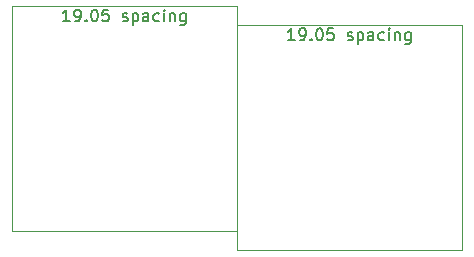
<source format=gbr>
%TF.GenerationSoftware,KiCad,Pcbnew,(6.0.5)*%
%TF.CreationDate,2022-05-21T18:25:29-06:00*%
%TF.ProjectId,ErgoDOX,4572676f-444f-4582-9e6b-696361645f70,rev?*%
%TF.SameCoordinates,Original*%
%TF.FileFunction,Other,ECO1*%
%FSLAX46Y46*%
G04 Gerber Fmt 4.6, Leading zero omitted, Abs format (unit mm)*
G04 Created by KiCad (PCBNEW (6.0.5)) date 2022-05-21 18:25:29*
%MOMM*%
%LPD*%
G01*
G04 APERTURE LIST*
%ADD10C,0.150000*%
%ADD11C,0.120000*%
G04 APERTURE END LIST*
D10*
%TO.C,SW5:10*%
X124897142Y-53982380D02*
X124325714Y-53982380D01*
X124611428Y-53982380D02*
X124611428Y-52982380D01*
X124516190Y-53125238D01*
X124420952Y-53220476D01*
X124325714Y-53268095D01*
X125373333Y-53982380D02*
X125563809Y-53982380D01*
X125659047Y-53934761D01*
X125706666Y-53887142D01*
X125801904Y-53744285D01*
X125849523Y-53553809D01*
X125849523Y-53172857D01*
X125801904Y-53077619D01*
X125754285Y-53030000D01*
X125659047Y-52982380D01*
X125468571Y-52982380D01*
X125373333Y-53030000D01*
X125325714Y-53077619D01*
X125278095Y-53172857D01*
X125278095Y-53410952D01*
X125325714Y-53506190D01*
X125373333Y-53553809D01*
X125468571Y-53601428D01*
X125659047Y-53601428D01*
X125754285Y-53553809D01*
X125801904Y-53506190D01*
X125849523Y-53410952D01*
X126278095Y-53887142D02*
X126325714Y-53934761D01*
X126278095Y-53982380D01*
X126230476Y-53934761D01*
X126278095Y-53887142D01*
X126278095Y-53982380D01*
X126944761Y-52982380D02*
X127040000Y-52982380D01*
X127135238Y-53030000D01*
X127182857Y-53077619D01*
X127230476Y-53172857D01*
X127278095Y-53363333D01*
X127278095Y-53601428D01*
X127230476Y-53791904D01*
X127182857Y-53887142D01*
X127135238Y-53934761D01*
X127040000Y-53982380D01*
X126944761Y-53982380D01*
X126849523Y-53934761D01*
X126801904Y-53887142D01*
X126754285Y-53791904D01*
X126706666Y-53601428D01*
X126706666Y-53363333D01*
X126754285Y-53172857D01*
X126801904Y-53077619D01*
X126849523Y-53030000D01*
X126944761Y-52982380D01*
X128182857Y-52982380D02*
X127706666Y-52982380D01*
X127659047Y-53458571D01*
X127706666Y-53410952D01*
X127801904Y-53363333D01*
X128040000Y-53363333D01*
X128135238Y-53410952D01*
X128182857Y-53458571D01*
X128230476Y-53553809D01*
X128230476Y-53791904D01*
X128182857Y-53887142D01*
X128135238Y-53934761D01*
X128040000Y-53982380D01*
X127801904Y-53982380D01*
X127706666Y-53934761D01*
X127659047Y-53887142D01*
X129373333Y-53934761D02*
X129468571Y-53982380D01*
X129659047Y-53982380D01*
X129754285Y-53934761D01*
X129801904Y-53839523D01*
X129801904Y-53791904D01*
X129754285Y-53696666D01*
X129659047Y-53649047D01*
X129516190Y-53649047D01*
X129420952Y-53601428D01*
X129373333Y-53506190D01*
X129373333Y-53458571D01*
X129420952Y-53363333D01*
X129516190Y-53315714D01*
X129659047Y-53315714D01*
X129754285Y-53363333D01*
X130230476Y-53315714D02*
X130230476Y-54315714D01*
X130230476Y-53363333D02*
X130325714Y-53315714D01*
X130516190Y-53315714D01*
X130611428Y-53363333D01*
X130659047Y-53410952D01*
X130706666Y-53506190D01*
X130706666Y-53791904D01*
X130659047Y-53887142D01*
X130611428Y-53934761D01*
X130516190Y-53982380D01*
X130325714Y-53982380D01*
X130230476Y-53934761D01*
X131563809Y-53982380D02*
X131563809Y-53458571D01*
X131516190Y-53363333D01*
X131420952Y-53315714D01*
X131230476Y-53315714D01*
X131135238Y-53363333D01*
X131563809Y-53934761D02*
X131468571Y-53982380D01*
X131230476Y-53982380D01*
X131135238Y-53934761D01*
X131087619Y-53839523D01*
X131087619Y-53744285D01*
X131135238Y-53649047D01*
X131230476Y-53601428D01*
X131468571Y-53601428D01*
X131563809Y-53553809D01*
X132468571Y-53934761D02*
X132373333Y-53982380D01*
X132182857Y-53982380D01*
X132087619Y-53934761D01*
X132040000Y-53887142D01*
X131992380Y-53791904D01*
X131992380Y-53506190D01*
X132040000Y-53410952D01*
X132087619Y-53363333D01*
X132182857Y-53315714D01*
X132373333Y-53315714D01*
X132468571Y-53363333D01*
X132897142Y-53982380D02*
X132897142Y-53315714D01*
X132897142Y-52982380D02*
X132849523Y-53030000D01*
X132897142Y-53077619D01*
X132944761Y-53030000D01*
X132897142Y-52982380D01*
X132897142Y-53077619D01*
X133373333Y-53315714D02*
X133373333Y-53982380D01*
X133373333Y-53410952D02*
X133420952Y-53363333D01*
X133516190Y-53315714D01*
X133659047Y-53315714D01*
X133754285Y-53363333D01*
X133801904Y-53458571D01*
X133801904Y-53982380D01*
X134706666Y-53315714D02*
X134706666Y-54125238D01*
X134659047Y-54220476D01*
X134611428Y-54268095D01*
X134516190Y-54315714D01*
X134373333Y-54315714D01*
X134278095Y-54268095D01*
X134706666Y-53934761D02*
X134611428Y-53982380D01*
X134420952Y-53982380D01*
X134325714Y-53934761D01*
X134278095Y-53887142D01*
X134230476Y-53791904D01*
X134230476Y-53506190D01*
X134278095Y-53410952D01*
X134325714Y-53363333D01*
X134420952Y-53315714D01*
X134611428Y-53315714D01*
X134706666Y-53363333D01*
%TO.C,SW5:11*%
X143947142Y-55580040D02*
X143375714Y-55580040D01*
X143661428Y-55580040D02*
X143661428Y-54580040D01*
X143566190Y-54722898D01*
X143470952Y-54818136D01*
X143375714Y-54865755D01*
X144423333Y-55580040D02*
X144613809Y-55580040D01*
X144709047Y-55532421D01*
X144756666Y-55484802D01*
X144851904Y-55341945D01*
X144899523Y-55151469D01*
X144899523Y-54770517D01*
X144851904Y-54675279D01*
X144804285Y-54627660D01*
X144709047Y-54580040D01*
X144518571Y-54580040D01*
X144423333Y-54627660D01*
X144375714Y-54675279D01*
X144328095Y-54770517D01*
X144328095Y-55008612D01*
X144375714Y-55103850D01*
X144423333Y-55151469D01*
X144518571Y-55199088D01*
X144709047Y-55199088D01*
X144804285Y-55151469D01*
X144851904Y-55103850D01*
X144899523Y-55008612D01*
X145328095Y-55484802D02*
X145375714Y-55532421D01*
X145328095Y-55580040D01*
X145280476Y-55532421D01*
X145328095Y-55484802D01*
X145328095Y-55580040D01*
X145994761Y-54580040D02*
X146090000Y-54580040D01*
X146185238Y-54627660D01*
X146232857Y-54675279D01*
X146280476Y-54770517D01*
X146328095Y-54960993D01*
X146328095Y-55199088D01*
X146280476Y-55389564D01*
X146232857Y-55484802D01*
X146185238Y-55532421D01*
X146090000Y-55580040D01*
X145994761Y-55580040D01*
X145899523Y-55532421D01*
X145851904Y-55484802D01*
X145804285Y-55389564D01*
X145756666Y-55199088D01*
X145756666Y-54960993D01*
X145804285Y-54770517D01*
X145851904Y-54675279D01*
X145899523Y-54627660D01*
X145994761Y-54580040D01*
X147232857Y-54580040D02*
X146756666Y-54580040D01*
X146709047Y-55056231D01*
X146756666Y-55008612D01*
X146851904Y-54960993D01*
X147090000Y-54960993D01*
X147185238Y-55008612D01*
X147232857Y-55056231D01*
X147280476Y-55151469D01*
X147280476Y-55389564D01*
X147232857Y-55484802D01*
X147185238Y-55532421D01*
X147090000Y-55580040D01*
X146851904Y-55580040D01*
X146756666Y-55532421D01*
X146709047Y-55484802D01*
X148423333Y-55532421D02*
X148518571Y-55580040D01*
X148709047Y-55580040D01*
X148804285Y-55532421D01*
X148851904Y-55437183D01*
X148851904Y-55389564D01*
X148804285Y-55294326D01*
X148709047Y-55246707D01*
X148566190Y-55246707D01*
X148470952Y-55199088D01*
X148423333Y-55103850D01*
X148423333Y-55056231D01*
X148470952Y-54960993D01*
X148566190Y-54913374D01*
X148709047Y-54913374D01*
X148804285Y-54960993D01*
X149280476Y-54913374D02*
X149280476Y-55913374D01*
X149280476Y-54960993D02*
X149375714Y-54913374D01*
X149566190Y-54913374D01*
X149661428Y-54960993D01*
X149709047Y-55008612D01*
X149756666Y-55103850D01*
X149756666Y-55389564D01*
X149709047Y-55484802D01*
X149661428Y-55532421D01*
X149566190Y-55580040D01*
X149375714Y-55580040D01*
X149280476Y-55532421D01*
X150613809Y-55580040D02*
X150613809Y-55056231D01*
X150566190Y-54960993D01*
X150470952Y-54913374D01*
X150280476Y-54913374D01*
X150185238Y-54960993D01*
X150613809Y-55532421D02*
X150518571Y-55580040D01*
X150280476Y-55580040D01*
X150185238Y-55532421D01*
X150137619Y-55437183D01*
X150137619Y-55341945D01*
X150185238Y-55246707D01*
X150280476Y-55199088D01*
X150518571Y-55199088D01*
X150613809Y-55151469D01*
X151518571Y-55532421D02*
X151423333Y-55580040D01*
X151232857Y-55580040D01*
X151137619Y-55532421D01*
X151090000Y-55484802D01*
X151042380Y-55389564D01*
X151042380Y-55103850D01*
X151090000Y-55008612D01*
X151137619Y-54960993D01*
X151232857Y-54913374D01*
X151423333Y-54913374D01*
X151518571Y-54960993D01*
X151947142Y-55580040D02*
X151947142Y-54913374D01*
X151947142Y-54580040D02*
X151899523Y-54627660D01*
X151947142Y-54675279D01*
X151994761Y-54627660D01*
X151947142Y-54580040D01*
X151947142Y-54675279D01*
X152423333Y-54913374D02*
X152423333Y-55580040D01*
X152423333Y-55008612D02*
X152470952Y-54960993D01*
X152566190Y-54913374D01*
X152709047Y-54913374D01*
X152804285Y-54960993D01*
X152851904Y-55056231D01*
X152851904Y-55580040D01*
X153756666Y-54913374D02*
X153756666Y-55722898D01*
X153709047Y-55818136D01*
X153661428Y-55865755D01*
X153566190Y-55913374D01*
X153423333Y-55913374D01*
X153328095Y-55865755D01*
X153756666Y-55532421D02*
X153661428Y-55580040D01*
X153470952Y-55580040D01*
X153375714Y-55532421D01*
X153328095Y-55484802D01*
X153280476Y-55389564D01*
X153280476Y-55103850D01*
X153328095Y-55008612D01*
X153375714Y-54960993D01*
X153470952Y-54913374D01*
X153661428Y-54913374D01*
X153756666Y-54960993D01*
D11*
%TO.C,SW5:10*%
X139065000Y-71755000D02*
X139065000Y-52705000D01*
X139065000Y-52705000D02*
X120015000Y-52705000D01*
X120015000Y-71755000D02*
X139065000Y-71755000D01*
X120015000Y-52705000D02*
X120015000Y-71755000D01*
%TO.C,SW5:11*%
X158115000Y-73352660D02*
X158115000Y-54302660D01*
X158115000Y-54302660D02*
X139065000Y-54302660D01*
X139065000Y-73352660D02*
X158115000Y-73352660D01*
X139065000Y-54302660D02*
X139065000Y-73352660D01*
%TD*%
M02*

</source>
